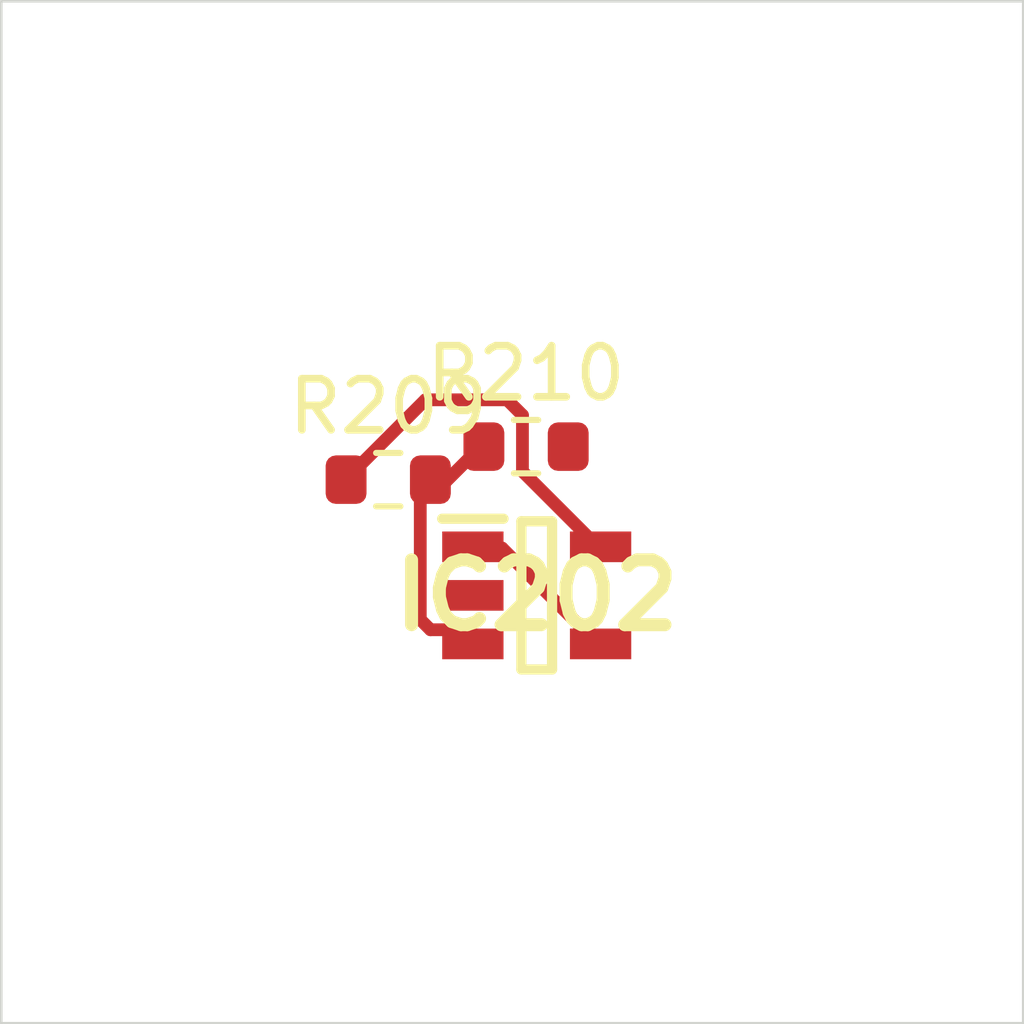
<source format=kicad_pcb>
 ( kicad_pcb  ( version 20171130 )
 ( host pcbnew 5.1.12-84ad8e8a86~92~ubuntu18.04.1 )
 ( general  ( thickness 1.6 )
 ( drawings 4 )
 ( tracks 0 )
 ( zones 0 )
 ( modules 3 )
 ( nets 5 )
)
 ( page A4 )
 ( layers  ( 0 F.Cu signal )
 ( 31 B.Cu signal )
 ( 32 B.Adhes user )
 ( 33 F.Adhes user )
 ( 34 B.Paste user )
 ( 35 F.Paste user )
 ( 36 B.SilkS user )
 ( 37 F.SilkS user )
 ( 38 B.Mask user )
 ( 39 F.Mask user )
 ( 40 Dwgs.User user )
 ( 41 Cmts.User user )
 ( 42 Eco1.User user )
 ( 43 Eco2.User user )
 ( 44 Edge.Cuts user )
 ( 45 Margin user )
 ( 46 B.CrtYd user )
 ( 47 F.CrtYd user )
 ( 48 B.Fab user )
 ( 49 F.Fab user )
)
 ( setup  ( last_trace_width 0.25 )
 ( trace_clearance 0.2 )
 ( zone_clearance 0.508 )
 ( zone_45_only no )
 ( trace_min 0.2 )
 ( via_size 0.8 )
 ( via_drill 0.4 )
 ( via_min_size 0.4 )
 ( via_min_drill 0.3 )
 ( uvia_size 0.3 )
 ( uvia_drill 0.1 )
 ( uvias_allowed no )
 ( uvia_min_size 0.2 )
 ( uvia_min_drill 0.1 )
 ( edge_width 0.05 )
 ( segment_width 0.2 )
 ( pcb_text_width 0.3 )
 ( pcb_text_size 1.5 1.5 )
 ( mod_edge_width 0.12 )
 ( mod_text_size 1 1 )
 ( mod_text_width 0.15 )
 ( pad_size 1.524 1.524 )
 ( pad_drill 0.762 )
 ( pad_to_mask_clearance 0 )
 ( aux_axis_origin 0 0 )
 ( visible_elements FFFFFF7F )
 ( pcbplotparams  ( layerselection 0x010fc_ffffffff )
 ( usegerberextensions false )
 ( usegerberattributes true )
 ( usegerberadvancedattributes true )
 ( creategerberjobfile true )
 ( excludeedgelayer true )
 ( linewidth 0.100000 )
 ( plotframeref false )
 ( viasonmask false )
 ( mode 1 )
 ( useauxorigin false )
 ( hpglpennumber 1 )
 ( hpglpenspeed 20 )
 ( hpglpendiameter 15.000000 )
 ( psnegative false )
 ( psa4output false )
 ( plotreference true )
 ( plotvalue true )
 ( plotinvisibletext false )
 ( padsonsilk false )
 ( subtractmaskfromsilk false )
 ( outputformat 1 )
 ( mirror false )
 ( drillshape 1 )
 ( scaleselection 1 )
 ( outputdirectory "" )
)
)
 ( net 0 "" )
 ( net 1 GND )
 ( net 2 VDDA )
 ( net 3 /Sheet6235D886/vp )
 ( net 4 "Net-(IC202-Pad3)" )
 ( net_class Default "This is the default net class."  ( clearance 0.2 )
 ( trace_width 0.25 )
 ( via_dia 0.8 )
 ( via_drill 0.4 )
 ( uvia_dia 0.3 )
 ( uvia_drill 0.1 )
 ( add_net /Sheet6235D886/vp )
 ( add_net GND )
 ( add_net "Net-(IC202-Pad3)" )
 ( add_net VDDA )
)
 ( module SOT95P280X145-5N locked  ( layer F.Cu )
 ( tedit 62336ED7 )
 ( tstamp 623423ED )
 ( at 90.479100 111.627000 )
 ( descr DBV0005A )
 ( tags "Integrated Circuit" )
 ( path /6235D887/6266C08E )
 ( attr smd )
 ( fp_text reference IC202  ( at 0 0 )
 ( layer F.SilkS )
 ( effects  ( font  ( size 1.27 1.27 )
 ( thickness 0.254 )
)
)
)
 ( fp_text value TL071HIDBVR  ( at 0 0 )
 ( layer F.SilkS )
hide  ( effects  ( font  ( size 1.27 1.27 )
 ( thickness 0.254 )
)
)
)
 ( fp_line  ( start -1.85 -1.5 )
 ( end -0.65 -1.5 )
 ( layer F.SilkS )
 ( width 0.2 )
)
 ( fp_line  ( start -0.3 1.45 )
 ( end -0.3 -1.45 )
 ( layer F.SilkS )
 ( width 0.2 )
)
 ( fp_line  ( start 0.3 1.45 )
 ( end -0.3 1.45 )
 ( layer F.SilkS )
 ( width 0.2 )
)
 ( fp_line  ( start 0.3 -1.45 )
 ( end 0.3 1.45 )
 ( layer F.SilkS )
 ( width 0.2 )
)
 ( fp_line  ( start -0.3 -1.45 )
 ( end 0.3 -1.45 )
 ( layer F.SilkS )
 ( width 0.2 )
)
 ( fp_line  ( start -0.8 -0.5 )
 ( end 0.15 -1.45 )
 ( layer Dwgs.User )
 ( width 0.1 )
)
 ( fp_line  ( start -0.8 1.45 )
 ( end -0.8 -1.45 )
 ( layer Dwgs.User )
 ( width 0.1 )
)
 ( fp_line  ( start 0.8 1.45 )
 ( end -0.8 1.45 )
 ( layer Dwgs.User )
 ( width 0.1 )
)
 ( fp_line  ( start 0.8 -1.45 )
 ( end 0.8 1.45 )
 ( layer Dwgs.User )
 ( width 0.1 )
)
 ( fp_line  ( start -0.8 -1.45 )
 ( end 0.8 -1.45 )
 ( layer Dwgs.User )
 ( width 0.1 )
)
 ( fp_line  ( start -2.1 1.775 )
 ( end -2.1 -1.775 )
 ( layer Dwgs.User )
 ( width 0.05 )
)
 ( fp_line  ( start 2.1 1.775 )
 ( end -2.1 1.775 )
 ( layer Dwgs.User )
 ( width 0.05 )
)
 ( fp_line  ( start 2.1 -1.775 )
 ( end 2.1 1.775 )
 ( layer Dwgs.User )
 ( width 0.05 )
)
 ( fp_line  ( start -2.1 -1.775 )
 ( end 2.1 -1.775 )
 ( layer Dwgs.User )
 ( width 0.05 )
)
 ( pad 1 smd rect  ( at -1.25 -0.95 90.000000 )
 ( size 0.6 1.2 )
 ( layers F.Cu F.Mask F.Paste )
 ( net 3 /Sheet6235D886/vp )
)
 ( pad 2 smd rect  ( at -1.25 0 90.000000 )
 ( size 0.6 1.2 )
 ( layers F.Cu F.Mask F.Paste )
 ( net 1 GND )
)
 ( pad 3 smd rect  ( at -1.25 0.95 90.000000 )
 ( size 0.6 1.2 )
 ( layers F.Cu F.Mask F.Paste )
 ( net 4 "Net-(IC202-Pad3)" )
)
 ( pad 4 smd rect  ( at 1.25 0.95 90.000000 )
 ( size 0.6 1.2 )
 ( layers F.Cu F.Mask F.Paste )
 ( net 3 /Sheet6235D886/vp )
)
 ( pad 5 smd rect  ( at 1.25 -0.95 90.000000 )
 ( size 0.6 1.2 )
 ( layers F.Cu F.Mask F.Paste )
 ( net 2 VDDA )
)
)
 ( module Resistor_SMD:R_0603_1608Metric  ( layer F.Cu )
 ( tedit 5F68FEEE )
 ( tstamp 62342595 )
 ( at 87.573100 109.362000 )
 ( descr "Resistor SMD 0603 (1608 Metric), square (rectangular) end terminal, IPC_7351 nominal, (Body size source: IPC-SM-782 page 72, https://www.pcb-3d.com/wordpress/wp-content/uploads/ipc-sm-782a_amendment_1_and_2.pdf), generated with kicad-footprint-generator" )
 ( tags resistor )
 ( path /6235D887/623CDBD9 )
 ( attr smd )
 ( fp_text reference R209  ( at 0 -1.43 )
 ( layer F.SilkS )
 ( effects  ( font  ( size 1 1 )
 ( thickness 0.15 )
)
)
)
 ( fp_text value 100k  ( at 0 1.43 )
 ( layer F.Fab )
 ( effects  ( font  ( size 1 1 )
 ( thickness 0.15 )
)
)
)
 ( fp_line  ( start -0.8 0.4125 )
 ( end -0.8 -0.4125 )
 ( layer F.Fab )
 ( width 0.1 )
)
 ( fp_line  ( start -0.8 -0.4125 )
 ( end 0.8 -0.4125 )
 ( layer F.Fab )
 ( width 0.1 )
)
 ( fp_line  ( start 0.8 -0.4125 )
 ( end 0.8 0.4125 )
 ( layer F.Fab )
 ( width 0.1 )
)
 ( fp_line  ( start 0.8 0.4125 )
 ( end -0.8 0.4125 )
 ( layer F.Fab )
 ( width 0.1 )
)
 ( fp_line  ( start -0.237258 -0.5225 )
 ( end 0.237258 -0.5225 )
 ( layer F.SilkS )
 ( width 0.12 )
)
 ( fp_line  ( start -0.237258 0.5225 )
 ( end 0.237258 0.5225 )
 ( layer F.SilkS )
 ( width 0.12 )
)
 ( fp_line  ( start -1.48 0.73 )
 ( end -1.48 -0.73 )
 ( layer F.CrtYd )
 ( width 0.05 )
)
 ( fp_line  ( start -1.48 -0.73 )
 ( end 1.48 -0.73 )
 ( layer F.CrtYd )
 ( width 0.05 )
)
 ( fp_line  ( start 1.48 -0.73 )
 ( end 1.48 0.73 )
 ( layer F.CrtYd )
 ( width 0.05 )
)
 ( fp_line  ( start 1.48 0.73 )
 ( end -1.48 0.73 )
 ( layer F.CrtYd )
 ( width 0.05 )
)
 ( fp_text user %R  ( at 0 0 )
 ( layer F.Fab )
 ( effects  ( font  ( size 0.4 0.4 )
 ( thickness 0.06 )
)
)
)
 ( pad 1 smd roundrect  ( at -0.825 0 )
 ( size 0.8 0.95 )
 ( layers F.Cu F.Mask F.Paste )
 ( roundrect_rratio 0.25 )
 ( net 2 VDDA )
)
 ( pad 2 smd roundrect  ( at 0.825 0 )
 ( size 0.8 0.95 )
 ( layers F.Cu F.Mask F.Paste )
 ( roundrect_rratio 0.25 )
 ( net 4 "Net-(IC202-Pad3)" )
)
 ( model ${KISYS3DMOD}/Resistor_SMD.3dshapes/R_0603_1608Metric.wrl  ( at  ( xyz 0 0 0 )
)
 ( scale  ( xyz 1 1 1 )
)
 ( rotate  ( xyz 0 0 0 )
)
)
)
 ( module Resistor_SMD:R_0603_1608Metric  ( layer F.Cu )
 ( tedit 5F68FEEE )
 ( tstamp 623425A6 )
 ( at 90.270500 108.716000 )
 ( descr "Resistor SMD 0603 (1608 Metric), square (rectangular) end terminal, IPC_7351 nominal, (Body size source: IPC-SM-782 page 72, https://www.pcb-3d.com/wordpress/wp-content/uploads/ipc-sm-782a_amendment_1_and_2.pdf), generated with kicad-footprint-generator" )
 ( tags resistor )
 ( path /6235D887/623CDBDF )
 ( attr smd )
 ( fp_text reference R210  ( at 0 -1.43 )
 ( layer F.SilkS )
 ( effects  ( font  ( size 1 1 )
 ( thickness 0.15 )
)
)
)
 ( fp_text value 100k  ( at 0 1.43 )
 ( layer F.Fab )
 ( effects  ( font  ( size 1 1 )
 ( thickness 0.15 )
)
)
)
 ( fp_line  ( start 1.48 0.73 )
 ( end -1.48 0.73 )
 ( layer F.CrtYd )
 ( width 0.05 )
)
 ( fp_line  ( start 1.48 -0.73 )
 ( end 1.48 0.73 )
 ( layer F.CrtYd )
 ( width 0.05 )
)
 ( fp_line  ( start -1.48 -0.73 )
 ( end 1.48 -0.73 )
 ( layer F.CrtYd )
 ( width 0.05 )
)
 ( fp_line  ( start -1.48 0.73 )
 ( end -1.48 -0.73 )
 ( layer F.CrtYd )
 ( width 0.05 )
)
 ( fp_line  ( start -0.237258 0.5225 )
 ( end 0.237258 0.5225 )
 ( layer F.SilkS )
 ( width 0.12 )
)
 ( fp_line  ( start -0.237258 -0.5225 )
 ( end 0.237258 -0.5225 )
 ( layer F.SilkS )
 ( width 0.12 )
)
 ( fp_line  ( start 0.8 0.4125 )
 ( end -0.8 0.4125 )
 ( layer F.Fab )
 ( width 0.1 )
)
 ( fp_line  ( start 0.8 -0.4125 )
 ( end 0.8 0.4125 )
 ( layer F.Fab )
 ( width 0.1 )
)
 ( fp_line  ( start -0.8 -0.4125 )
 ( end 0.8 -0.4125 )
 ( layer F.Fab )
 ( width 0.1 )
)
 ( fp_line  ( start -0.8 0.4125 )
 ( end -0.8 -0.4125 )
 ( layer F.Fab )
 ( width 0.1 )
)
 ( fp_text user %R  ( at 0 0 )
 ( layer F.Fab )
 ( effects  ( font  ( size 0.4 0.4 )
 ( thickness 0.06 )
)
)
)
 ( pad 2 smd roundrect  ( at 0.825 0 )
 ( size 0.8 0.95 )
 ( layers F.Cu F.Mask F.Paste )
 ( roundrect_rratio 0.25 )
 ( net 1 GND )
)
 ( pad 1 smd roundrect  ( at -0.825 0 )
 ( size 0.8 0.95 )
 ( layers F.Cu F.Mask F.Paste )
 ( roundrect_rratio 0.25 )
 ( net 4 "Net-(IC202-Pad3)" )
)
 ( model ${KISYS3DMOD}/Resistor_SMD.3dshapes/R_0603_1608Metric.wrl  ( at  ( xyz 0 0 0 )
)
 ( scale  ( xyz 1 1 1 )
)
 ( rotate  ( xyz 0 0 0 )
)
)
)
 ( gr_line  ( start 100 100 )
 ( end 100 120 )
 ( layer Edge.Cuts )
 ( width 0.05 )
 ( tstamp 62E770C4 )
)
 ( gr_line  ( start 80 120 )
 ( end 100 120 )
 ( layer Edge.Cuts )
 ( width 0.05 )
 ( tstamp 62E770C0 )
)
 ( gr_line  ( start 80 100 )
 ( end 100 100 )
 ( layer Edge.Cuts )
 ( width 0.05 )
 ( tstamp 6234110C )
)
 ( gr_line  ( start 80 100 )
 ( end 80 120 )
 ( layer Edge.Cuts )
 ( width 0.05 )
)
 ( segment  ( start 86.700001 109.400002 )
 ( end 88.300001 107.800002 )
 ( width 0.250000 )
 ( layer F.Cu )
 ( net 2 )
)
 ( segment  ( start 88.300001 107.800002 )
 ( end 89.900001 107.800002 )
 ( width 0.250000 )
 ( layer F.Cu )
 ( net 2 )
)
 ( segment  ( start 89.900001 107.800002 )
 ( end 90.200001 108.100002 )
 ( width 0.250000 )
 ( layer F.Cu )
 ( net 2 )
)
 ( segment  ( start 90.200001 108.100002 )
 ( end 90.200001 109.200002 )
 ( width 0.250000 )
 ( layer F.Cu )
 ( net 2 )
)
 ( segment  ( start 90.200001 109.200002 )
 ( end 91.700001 110.700002 )
 ( width 0.250000 )
 ( layer F.Cu )
 ( net 2 )
)
 ( segment  ( start 91.700001 112.600002 )
 ( end 89.800001 110.700002 )
 ( width 0.250000 )
 ( layer F.Cu )
 ( net 3 )
)
 ( segment  ( start 89.800001 110.700002 )
 ( end 89.200001 110.700002 )
 ( width 0.250000 )
 ( layer F.Cu )
 ( net 3 )
)
 ( segment  ( start 88.400001 109.400002 )
 ( end 88.200001 109.600002 )
 ( width 0.250000 )
 ( layer F.Cu )
 ( net 4 )
)
 ( segment  ( start 88.200001 109.600002 )
 ( end 88.200001 112.100002 )
 ( width 0.250000 )
 ( layer F.Cu )
 ( net 4 )
)
 ( segment  ( start 88.200001 112.100002 )
 ( end 88.400001 112.300002 )
 ( width 0.250000 )
 ( layer F.Cu )
 ( net 4 )
)
 ( segment  ( start 88.400001 112.300002 )
 ( end 88.900001 112.300002 )
 ( width 0.250000 )
 ( layer F.Cu )
 ( net 4 )
)
 ( segment  ( start 88.900001 112.300002 )
 ( end 89.200001 112.600002 )
 ( width 0.250000 )
 ( layer F.Cu )
 ( net 4 )
)
 ( segment  ( start 89.400001 108.700002 )
 ( end 88.700001 109.400002 )
 ( width 0.250000 )
 ( layer F.Cu )
 ( net 4 )
)
 ( segment  ( start 88.700001 109.400002 )
 ( end 88.400001 109.400002 )
 ( width 0.250000 )
 ( layer F.Cu )
 ( net 4 )
)
)

</source>
